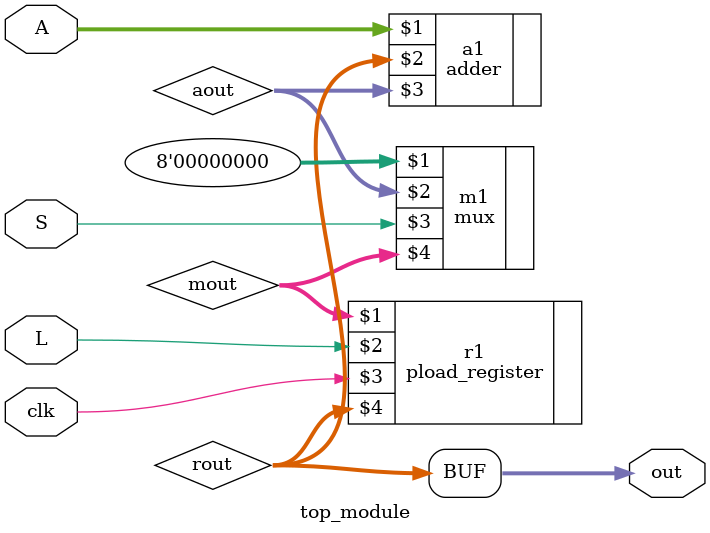
<source format=v>
module top_module(S,L,A,clk,out);
	input S,L,clk;
	input [7:0] A;
	output [7:0] out;
	wire [7:0] aout;
	wire [7:0] mout;
	wire [7:0] rout;
	adder a1(A,rout,aout);
	mux m1(8'b0,aout,S,mout);
	pload_register r1(mout,L,clk,rout);
	assign out = rout;
endmodule
</source>
